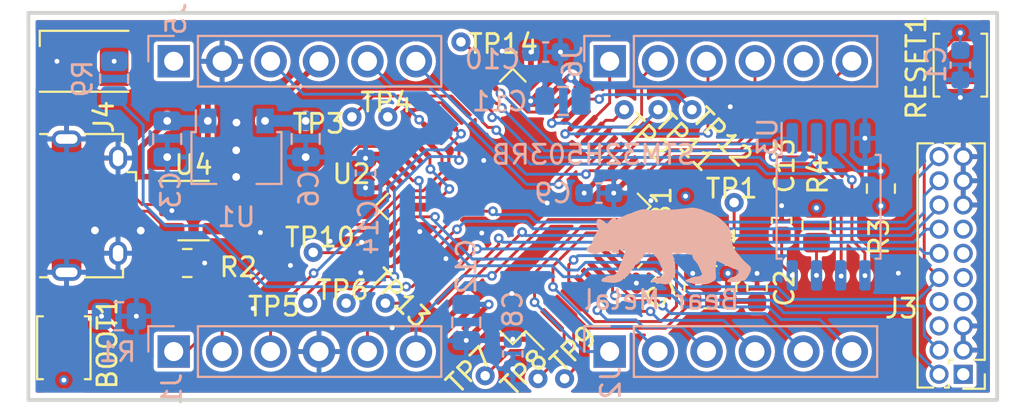
<source format=kicad_pcb>
(kicad_pcb (version 20221018) (generator pcbnew)
  (layers (0 "F.Cu" mixed) (1 "In1.Cu" signal) (2 "In2.Cu" signal) (31 "B.Cu" mixed) (36 "B.SilkS" user "B.Silkscreen") (37 "F.SilkS" user "F.Silkscreen") (38 "B.Mask" user) (39 "F.Mask" user) (44 "Edge.Cuts" user))
  (net 0 "")
  (net 1 "+5V")
  (net 2 "GND")
  (net 3 "/VDDA")
  (net 4 "+3.3V")
  (net 5 "/PA9_TXD")
  (net 6 "/PA10_RXD")
  (net 7 "/nRESET")
  (net 8 "Net-(D1-A)")
  (net 9 "Net-(C11-Pad1)")
  (net 10 "Net-(C12-Pad1)")
  (net 11 "/VIN")
  (net 12 "/SWDIO")
  (net 13 "/SWCLK")
  (net 19 "/TRACECK")
  (net 21 "/TRACED0")
  (net 22 "/TRACED1")
  (net 23 "/TRACED2")
  (net 24 "/TRACED3")
  (net 25 "Net-(J4-ID)")
  (net 26 "/PC13")
  (net 27 "/PH1")
  (net 28 "/SPI1_SCK")
  (net 29 "/SPI1_NSS")
  (net 30 "/SPI1_MISO")
  (net 31 "/SPI1_MOSI")
  (net 32 "/CLK_8")
  (net 33 "/DAC_OUT1")
  (net 34 "/DAC_OUT2")
  (net 35 "/ADC_INP3")
  (net 36 "/OPAMP_VOUT")
  (net 37 "/ADC_INP4")
  (net 38 "/OPAMP_VINM")
  (net 39 "/OPAMP_VINP")
  (net 40 "/ADC_INP5")
  (net 41 "/PB2")
  (net 42 "/I3C2_SCL")
  (net 43 "/SPI2_NSS")
  (net 44 "/SPI2_SCK")
  (net 45 "/SPI2_MISO")
  (net 46 "/SPI2_MOSI")
  (net 47 "/PA15_RXD2")
  (net 48 "/PC10")
  (net 49 "/PB4_TXD2")
  (net 50 "/SW1")
  (net 51 "/I2C1_SCL")
  (net 52 "/I2C1_SDA")
  (net 53 "/NWP")
  (net 54 "/NHOLD")
  (net 55 "/PC14")
  (net 56 "/PC15")
  (net 57 "/I2C2_SCL")
  (net 58 "/I2C2_SDA")
  (net 59 "/I3C2_SDA")
  (net 60 "/PA0")
  (net 61 "/PA1")
  (net 62 "/PA2")
  (net 63 "Net-(J4-D-)")
  (net 64 "Net-(J4-D+)")
  (net 65 "/PA3")
  (net 66 "/PA8")
  (net 67 "/USB_N")
  (net 68 "/USB_P")
  (net 69 "/LED")
  (footprint "BearMetal:TestPoint_THTPad_D1.0mm_Drill0.5mm_min" (layer "F.Cu") (at 83.0072 51.181)
    (fp_text reference "TP3")
    (fp_text value "TestPoint" hide)
  )
  (footprint "Button_Switch_SMD:SW_SPST_B3U-1000P" (layer "F.Cu") (at 67.9 63.3 90)
    (fp_text reference "BOOT1")
    (fp_text value "SW_Push")
  )
  (footprint "Connector_PinHeader_1.27mm:PinHeader_2x10_P1.27mm_Vertical" (layer "F.Cu") (at 115.062 64.6938 180)
    (fp_text reference "J3")
    (fp_text value "Conn_02x10_Odd_Even")
  )
  (footprint "Resistor_SMD:R_0805_2012Metric" (layer "F.Cu") (at 74.3712 58.8518 180)
    (fp_text reference "R2")
    (fp_text value "10K")
  )
  (footprint "BearMetal:TestPoint_THTPad_D1.0mm_Drill0.5mm_min" (layer "F.Cu") (at 89.9922 64.77)
    (fp_text reference "TP7")
    (fp_text value "TestPoint" hide)
  )
  (footprint "BearMetal:TestPoint_THTPad_D1.0mm_Drill0.5mm_min" (layer "F.Cu") (at 88.7222 47.244)
    (fp_text reference "TP14")
    (fp_text value "TestPoint" hide)
  )
  (footprint "Package_TO_SOT_SMD:SOT-23-6" (layer "F.Cu") (at 74.7 56.1)
    (fp_text reference "U4")
    (fp_text value "WE-TVS-82400102")
  )
  (footprint "BearMetal:TestPoint_THTPad_D1.0mm_Drill0.5mm_min" (layer "F.Cu") (at 94.1578 64.9224)
    (fp_text reference "TP9")
    (fp_text value "TestPoint" hide)
  )
  (footprint "Connector_USB:USB_Micro-B_Amphenol_10118194_Horizontal" (layer "F.Cu") (at 69.342 55.84 -90)
    (fp_text reference "J4")
    (fp_text value "USB_B_Micro" hide)
  )
  (footprint "BearMetal:TestPoint_THTPad_D1.0mm_Drill0.5mm_min" (layer "F.Cu") (at 82.7024 60.96)
    (fp_text reference "TP6")
    (fp_text value "TestPoint" hide)
  )
  (footprint "Button_Switch_SMD:SW_SPST_B3U-1000P" (layer "F.Cu") (at 114.9096 48.4632 -90)
    (fp_text reference "RESET1")
    (fp_text value "SW_Push")
  )
  (footprint "Oscillator:Oscillator_SMD_ECS_2520MV-xxx-xx-4Pin_2.5x2.0mm" (layer "F.Cu") (at 101.8 60.12 -90)
    (fp_text reference "X1")
    (fp_text value "ECS-2520MV-080-CN")
  )
  (footprint "BearMetal:TestPoint_THTPad_D1.0mm_Drill0.5mm_min" (layer "F.Cu") (at 100.838 50.8)
    (fp_text reference "TP11")
    (fp_text value "TestPoint" hide)
  )
  (footprint "Package_QFP:LQFP-64_10x10mm_P0.5mm" (layer "F.Cu") (at 91.44 55.88 135)
    (fp_text reference "U2")
    (fp_text value "STM32H503RBTx")
  )
  (footprint "BearMetal:TestPoint_THTPad_D1.0mm_Drill0.5mm_min" (layer "F.Cu") (at 80.6958 60.96)
    (fp_text reference "TP5")
    (fp_text value "TestPoint" hide)
  )
  (footprint "Capacitor_SMD:C_0603_1608Metric" (layer "F.Cu") (at 98.47 59.36 -135)
    (fp_text reference "C7")
    (fp_text value ".1uf")
  )
  (footprint "BearMetal:TestPoint_THTPad_D1.0mm_Drill0.5mm_min" (layer "F.Cu") (at 92.7608 64.9224)
    (fp_text reference "TP8")
    (fp_text value "TestPoint" hide)
  )
  (footprint "BearMetal:TestPoint_THTPad_D1.0mm_Drill0.5mm_min" (layer "F.Cu") (at 99.06 50.8)
    (fp_text reference "TP12")
    (fp_text value "TestPoint" hide)
  )
  (footprint "Capacitor_SMD:C_0603_1608Metric" (layer "F.Cu") (at 105.537 56.6166 90)
    (fp_text reference "C13")
    (fp_text value ".1uf")
  )
  (footprint "Capacitor_SMD:C_0805_2012Metric_Pad1.18x1.45mm_HandSolder" (layer "F.Cu") (at 100.5 56.38 -90)
    (fp_text reference "FB1")
    (fp_text value "~")
  )
  (footprint "Resistor_SMD:R_0805_2012Metric" (layer "F.Cu") (at 107.3658 56.8706 -90)
    (fp_text reference "R4")
    (fp_text value "10K")
  )
  (footprint "BearMetal:TestPoint_THTPad_D1.0mm_Drill0.5mm_min" (layer "F.Cu") (at 84.8868 51.181)
    (fp_text reference "TP4")
    (fp_text value "TestPoint" hide)
  )
  (footprint "LED_SMD:LED_PLCC-2_3.4x3.0mm_KA" (layer "F.Cu") (at 69.0372 48.26)
    (fp_text reference "D1" hide)
    (fp_text value "LED")
  )
  (footprint "Resistor_SMD:R_0805_2012Metric" (layer "F.Cu") (at 110.744 54.9421 90)
    (fp_text reference "R3")
    (fp_text value "10K")
  )
  (footprint "Capacitor_SMD:C_0603_1608Metric" (layer "F.Cu") (at 104.25 60.17 90)
    (fp_text reference "C2")
    (fp_text value ".1uf")
  )
  (footprint "BearMetal:TestPoint_THTPad_D1.0mm_Drill0.5mm_min" (layer "F.Cu") (at 103.0478 55.6768)
    (fp_text reference "TP1")
    (fp_text value "TestPoint" hide)
  )
  (footprint "BearMetal:TestPoint_THTPad_D1.0mm_Drill0.5mm_min" (layer "F.Cu") (at 84.7598 60.96)
    (fp_text reference "TP13")
    (fp_text value "TestPoint" hide)
  )
  (footprint "BearMetal:TestPoint_THTPad_D1.0mm_Drill0.5mm_min" (layer "F.Cu") (at 97.282 50.8)
    (fp_text reference "TP2")
    (fp_text value "TestPoint" hide)
  )
  (footprint "BearMetal:TestPoint_THTPad_D1.0mm_Drill0.5mm_min" (layer "F.Cu") (at 80.9752 58.293)
    (fp_text reference "TP10")
    (fp_text value "TestPoint" hide)
  )
  (footprint "Capacitor_SMD:C_0603_1608Metric" (layer "B.Cu") (at 93.1672 47.7774)
    (fp_text reference "C10")
    (fp_text value ".1uf")
  )
  (footprint "Capacitor_SMD:C_0603_1608Metric" (layer "B.Cu") (at 83.7184 54.1274 90)
    (fp_text reference "C14")
    (fp_text value ".1uf")
  )
  (footprint "Resistor_SMD:R_0805_2012Metric" (layer "B.Cu") (at 70.7898 61.6458)
    (fp_text reference "R1")
    (fp_text value "10K")
  )
  (footprint "Capacitor_SMD:C_0603_1608Metric" (layer "B.Cu") (at 114.9096 48.4632 -90)
    (fp_text reference "C1")
    (fp_text value ".1uf")
  )
  (footprint "Capacitor_SMD:C_0603_1608Metric" (layer "B.Cu") (at 95.96 55.18)
    (fp_text reference "C9")
    (fp_text value ".1uf")
  )
  (footprint "BearMetal:PinHeader_1x06_P2.54mm_Vertical__min" (layer "B.Cu") (at 73.66 63.5 -90)
    (fp_text reference "J1")
    (fp_text value "Conn_01x06_Pin")
  )
  (footprint "Capacitor_SMD:C_0805_2012Metric" (layer "B.Cu") (at 80.58 52.34 -90)
    (fp_text reference "C6")
    (fp_text value "2.2uf")
  )
  (footprint "BearMetal:PinHeader_1x06_P2.54mm_Vertical__min" (layer "B.Cu") (at 96.52 63.5 -90)
    (fp_text reference "J2")
    (fp_text value "Conn_01x06_Pin")
  )
  (footprint "Package_TO_SOT_SMD:SOT-89-3" (layer "B.Cu") (at 76.95 53.34 -90)
    (fp_text reference "U1")
    (fp_text value "AP2205-3.3Y")
  )
  (footprint "BearMetal:BearMetalneg0.3" (layer "B.Cu") (at 99.5934 57.9628 180)
    (fp_text reference "G***" hide)
    (fp_text value "LOGO" hide)
  )
  (footprint "BearMetal:PinHeader_1x06_P2.54mm_Vertical__min" (layer "B.Cu") (at 96.52 48.26 -90)
    (fp_text reference "J6")
    (fp_text value "Conn_01x06_Pin")
  )
  (footprint "BearMetal:PinHeader_1x06_P2.54mm_Vertical__min" (layer "B.Cu") (at 73.66 48.26 -90)
    (fp_text reference "J5")
    (fp_text value "Conn_01x06_Pin")
  )
  (footprint "Package_SO:SOIC-8_5.23x5.23mm_P1.27mm" (layer "B.Cu") (at 108 55.9 -90)
    (fp_text reference "U3")
    (fp_text value "W25Q128JVS")
  )
  (footprint "Capacitor_SMD:C_0805_2012Metric" (layer "B.Cu") (at 94.0664 50.3428 180)
    (fp_text reference "C11")
    (fp_text value "2.2uf")
  )
  (footprint "Capacitor_SMD:C_0603_1608Metric" (layer "B.Cu") (at 91.44 63.627 -90)
    (fp_text reference "C8")
    (fp_text value ".1uf")
  )
  (footprint "Resistor_SMD:R_0805_2012Metric" (layer "B.Cu") (at 70.5358 49.1744 -90)
    (fp_text reference "R9")
    (fp_text value "150")
  )
  (footprint "Capacitor_SMD:C_0805_2012Metric" (layer "B.Cu") (at 89.0016 61.976 -90)
    (fp_text reference "C12")
    (fp_text value "2.2uf")
  )
  (footprint "Capacitor_SMD:C_0805_2012Metric" (layer "B.Cu") (at 73.32 52.34 -90)
    (fp_text reference "C3")
    (fp_text value "1uf")
  )
  (gr_rect (start 66.04 45.72) (end 116.84 66.04) (stroke (width 0.2)) (fill none) (layer "Edge.Cuts"))
  (gr_text "STM32H503RB" (at 101.092 53.7464) (layer "B.SilkS") (effects (font (size 1 1)) (justify left bottom mirror)))
  (gr_text "Bear Metal" (at 103.4034 61.3664) (layer "B.SilkS") (effects (font (size 1 1)) (justify left bottom mirror)))
  (segment (start 71.37 54.54) (end 70.742 54.54) (width 0.3048) (layer "F.Cu") (net 1))
  (segment (start 74.39605 54.61055) (end 75.45 53.5566) (width 0.3048) (layer "F.Cu") (net 1))
  (segment (start 74.31985 54.53435) (end 74.39605 54.61055) (width 0.3048) (layer "F.Cu") (net 1))
  (segment (start 71.591 54.319) (end 71.92 53.99) (width 0.3048) (layer "F.Cu") (net 1))
  (segment (start 74.31985 54.53435) (end 74.104501 54.319) (width 0.3048) (layer "F.Cu") (net 1))
  (segment (start 74.676 54.890499) (end 74.31985 54.53435) (width 0.3048) (layer "F.Cu") (net 1))
  (segment (start 75.45 53.5566) (end 75.45 51.39) (width 0.3048) (layer "F.Cu") (net 1))
  (segment (start 71.92 53.99) (end 71.37 54.54) (width 0.3048) (layer "F.Cu") (net 1))
  (segment (start 79.6036 49.9364) (end 81.28 48.26) (width 0.3048) (layer "F.Cu") (net 1))
  (segment (start 74.104501 54.319) (end 71.591 54.319) (width 0.3048) (layer "F.Cu") (net 1))
  (segment (start 75.414499 56.1) (end 74.676 55.361501) (width 0.3048) (layer "F.Cu") (net 1))
  (segment (start 71.92 52.79) (end 71.92 53.99) (width 0.3048) (layer "F.Cu") (net 1))
  (segment (start 75.45 49.9364) (end 79.6036 49.9364) (width 0.3048) (layer "F.Cu") (net 1))
  (segment (start 74.676 55.361501) (end 74.676 54.890499) (width 0.3048) (layer "F.Cu") (net 1))
  (segment (start 75.45 51.39) (end 75.45 49.9364) (width 0.3048) (layer "F.Cu") (net 1))
  (segment (start 73.32 51.39) (end 71.92 52.79) (width 0.3048) (layer "F.Cu") (net 1))
  (via (at 75.45 51.39) (size 0.6604) (drill 0.4064) (layers "F.Cu" "B.Cu") (net 1))
  (via (at 73.32 51.39) (size 0.6604) (drill 0.4064) (layers "F.Cu" "B.Cu") (net 1))
  (segment (start 75.45 51.39) (end 73.32 51.39) (width 0.6096) (layer "B.Cu") (net 1))
  (segment (start 93.9422 47.7774) (end 93.9422 48.781606) (width 0.2794) (layer "F.Cu") (net 2))
  (segment (start 89.000394 62.9158) (end 89.006385 62.909809) (width 0.2794) (layer "F.Cu") (net 2))
  (segment (start 89.000394 62.9158) (end 89.725266 62.190928) (width 0.2794) (layer "F.Cu") (net 2))
  (segment (start 96.736194 55.18) (end 97.750928 54.165266) (width 0.2794) (layer "F.Cu") (net 2))
  (segment (start 69.5298 57.14) (end 70.742 57.14) (width 0.3048) (layer "F.Cu") (net 2))
  (segment (start 83.7184 53.3524) (end 84.316206 53.3524) (width 0.2794) (layer "F.Cu") (net 2))
  (segment (start 84.316206 53.3524) (end 85.129072 54.165266) (width 0.2794) (layer "F.Cu") (net 2))
  (segment (start 92.3798 50.344006) (end 93.154734 49.569072) (width 0.2794) (layer "F.Cu") (net 2))
  (segment (start 71.9328 57.15) (end 71.9228 57.14) (width 0.3048) (layer "F.Cu") (net 2))
  (segment (start 71.9228 57.14) (end 70.742 57.14) (width 0.3048) (layer "F.Cu") (net 2))
  (segment (start 93.9422 48.781606) (end 93.154734 49.569072) (width 0.2794) (layer "F.Cu") (net 2))
  (segment (start 96.735 55.18) (end 96.736194 55.18) (width 0.152451) (layer "F.Cu") (net 2))
  (segment (start 97.921992 59.887118) (end 96.690268 58.655394) (width 0.2794) (layer "F.Cu") (net 2))
  (segment (start 68.042 52.34) (end 68.042 59.34) (width 0.6096) (layer "F.Cu") (net 2))
  (via (at 97.921992 59.908008) (size 0.508) (drill 0.254) (layers "F.Cu" "B.Cu") (net 2))
  (via (at 92.3798 50.344006) (size 0.508) (drill 0.254) (layers "F.Cu" "B.Cu") (net 2))
  (via (at 89.916 53.467) (size 0.508) (drill 0.254) (layers "F.Cu" "B.Cu") (net 2))
  (via (at 83.5152 57.7596) (size 0.508) (drill 0.254) (layers "F.Cu" "B.Cu") (net 2))
  (via (at 93.9422 47.7774) (size 0.508) (drill 0.254) (layers "F.Cu" "B.Cu") (net 2))
  (via (at 105.537 55.8416) (size 0.508) (drill 0.254) (layers "F.Cu" "B.Cu") (net 2))
  (via (at 100.875 59.395) (size 0.508) (drill 0.254) (layers "F.Cu" "B.Cu") (net 2))
  (via (at 89.000394 62.9158) (size 0.508) (drill 0.254) (layers "F.Cu" "B.Cu") (net 2))
  (via (at 86.5632 57.2008) (size 0.508) (drill 0.254) (layers "F.Cu" "B.Cu") (net 2))
  (via (at 71.9328 57.15) (size 0.6604) (drill 0.4064) (layers "F.Cu" "B.Cu") (net 2))
  (via (at 111.6584 59.3852) (size 0.508) (drill 0.254) (layers "F.Cu" "B.Cu") (net 2))
  (via (at 78.2066 57.2516) (size 0.508) (drill 0.254) (layers "F.Cu" "B.Cu") (net 2))
  (via (at 109.905 52.3) (size 0.508) (drill 0.254) (layers "F.Cu" "B.Cu") (net 2))
  (via (at 67.5372 48.26) (size 0.508) (drill 0.254) (layers "F.Cu" "B.Cu") (net 2))
  (via (at 71.7023 61.6458) (size 0.508) (drill 0.254) (layers "F.Cu" "B.Cu") (net 2))
  (via (at 69.5298 57.14) (size 0.6604) (drill 0.4064) (layers "F.Cu" "B.Cu") (net 2))
  (via (at 85.1154 62.2554) (size 0.508) (drill 0.254) (layers "F.Cu" "B.Cu") (net 2))
  (via (at 81.8642 57.7088) (size 0.508) (drill 0.254) (layers "F.Cu" "B.Cu") (net 2))
  (via (at 89.8144 57.277) (size 0.508) (drill 0.254) (layers "F.Cu" "B.Cu") (net 2))
  (via (at 83.7184 53.3524) (size 0.508) (drill 0.254) (layers "F.Cu" "B.Cu") (net 2))
  (via (at 104.25 59.395) (size 0.508) (drill 0.254) (layers "F.Cu" "B.Cu") (net 2))
  (via (at 87.9348 58.6232) (size 0.508) (drill 0.254) (layers "F.Cu" "B.Cu") (net 2))
  (via (at 98.679 55.5752) (size 0.508) (drill 0.254) (layers "F.Cu" "B.Cu") (net 2))
  (via (at 76.9366 52.9336) (size 0.6604) (drill 0.4064) (layers "F.Cu" "B.Cu") (net 2))
  (via (at 96.735 55.18) (size 0.508) (drill 0.254) (layers "F.Cu" "B.Cu") (net 2))
  (via (at 90.8812 47.7266) (size 0.508) (drill 0.254) (layers "F.Cu" "B.Cu") (net 2))
  (via (at 75.2837 58.8518) (size 0.508) (drill 0.254) (layers "F.Cu" "B.Cu") (net 2))
  (via (at 77.8256 61.2394) (size 0.508) (drill 0.254) (layers "F.Cu" "B.Cu") (net 2))
  (via (at 76.95 51.4775) (size 0.6604) (drill 0.4064) (layers "F.Cu" "B.Cu") (net 2))
  (via (at 80.58 53.29) (size 0.6604) (drill 0.4064) (layers "F.Cu" "B.Cu") (net 2))
  (via (at 93.2434 55.7022) (size 0.508) (drill 0.254) (layers "F.Cu" "B.Cu") (net 2))
  (via (at 91.44 64.402) (size 0.508) (drill 0.254) (layers "F.Cu" "B.Cu") (net 2))
  (via (at 114.9096 50.1632) (size 0.508) (drill 0.254) (layers "F.Cu" "B.Cu") (net 2))
  (via (at 83.4644 59.3598) (size 0.508) (drill 0.254) (layers "F.Cu" "B.Cu") (net 2))
  (via (at 73.32 53.29) (size 0.6604) (drill 0.4064) (layers "F.Cu" "B.Cu") (net 2))
  (via (at 102.8446 50.6476) (size 0.508) (drill 0.254) (layers "F.Cu" "B.Cu") (net 2))
  (via (at 73.5625 56.1) (size 0.508) (drill 0.254) (layers "F.Cu" "B.Cu") (net 2))
  (via (at 79.7814 58.9788) (size 0.508) (drill 0.254) (layers "F.Cu" "B.Cu") (net 2))
  (via (at 76.9366 54.3306) (size 0.6604) (drill 0.4064) (layers "F.Cu" "B.Cu") (net 2))
  (via (at 91.3892 60.452) (size 0.508) (drill 0.254) (layers "F.Cu" "B.Cu") (net 2))
  (segment (start 93.1164 50.3428) (end 92.381006 50.3428) (width 0.3048) (layer "B.Cu") (net 2))
  (segment (start 92.381006 50.3428) (end 92.3798 50.344006) (width 0.3048) (layer "B.Cu") (net 2))
  (segment (start 114.9096 49.2382) (end 114.9096 50.1632) (width 0.152451) (layer "B.Cu") (net 2))
  (segment (start 97.043821 58.301841) (end 97.749412 59.007432) (width 0.2794) (layer "F.Cu") (net 3))
  (segment (start 97.749412 59.007432) (end 98.822568 59.007432) (width 0.2794) (layer "F.Cu") (net 3))
  (segment (start 100.4125 57.4175) (end 99.018008 58.811992) (width 0.3048) (layer "F.Cu") (net 3))
  (segment (start 84.391938 54.9024) (end 83.7184 54.9024) (width 0.2794) (layer "F.Cu") (net 4))
  (segment (start 95.944133 54.420867) (end 96.798333 54.420867) (width 0.2794) (layer "F.Cu") (net 4))
  (segment (start 90.078819 62.544481) (end 90.386338 62.852) (width 0.2794) (layer "F.Cu") (net 4))
  (segment (start 90.386338 62.852) (end 92.493662 62.852) (width 0.2794) (layer "F.Cu") (net 4))
  (segment (start 92.3922 47.7774) (end 92.3922 48.806538) (width 0.3048) (layer "F.Cu") (net 4))
  (segment (start 92.3922 48.806538) (end 92.801181 49.215519) (width 0.2794) (layer "F.Cu") (net 4))
  (segment (start 102.725 60.845) (end 104.15 60.845) (width 0.3048) (layer "F.Cu") (net 4))
  (segment (start 96.798333 54.420867) (end 97.397375 53.821825) (width 0.2794) (layer "F.Cu") (net 4))
  (segment (start 95.185 55.18) (end 95.944133 54.420867) (width 0.2794) (layer "F.Cu") (net 4))
  (segment (start 92.493662 62.852) (end 92.801181 62.544481) (width 0.2794) (layer "F.Cu") (net 4))
  (segment (start 84.775519 54.518819) (end 84.391938 54.9024) (width 0.2794) (layer "F.Cu") (net 4))
  (segment (start 105.537 58.942) (end 105.537 57.3916) (width 0.152451) (layer "F.Cu") (net 4))
  (segment (start 102.725 59.395) (end 102.725 60.845) (width 0.3048) (layer "F.Cu") (net 4))
  (segment (start 106.095 59.5) (end 105.537 58.942) (width 0.152451) (layer "F.Cu") (net 4))
  (via (at 92.3922 47.7774) (size 0.508) (drill 0.254) (layers "F.Cu" "B.Cu") (net 4))
  (via (at 83.7184 54.9024) (size 0.508) (drill 0.254) (layers "F.Cu" "B.Cu") (net 4))
  (via (at 110.744 55.8546) (size 0.508) (drill 0.254) (layers "F.Cu" "B.Cu") (net 4))
  (via (at 106.095 59.5) (size 0.508) (drill 0.254) (layers "F.Cu" "B.Cu") (net 4))
  (via (at 107.3658 55.9581) (size 0.508) (drill 0.254) (layers "F.Cu" "B.Cu") (net 4))
  (via (at 80.58 51.39) (size 0.6604) (drill 0.4064) (layers "F.Cu" "B.Cu") (net 4))
  (via (at 95.185 55.18) (size 0.508) (drill 0.254) (layers "F.Cu" "B.Cu") (net 4))
  (via (at 102.725 59.395) (size 0.508) (drill 0.254) (layers "F.Cu" "B.Cu") (net 4))
  (via (at 67.9 65) (size 0.508) (drill 0.254) (layers "F.Cu" "B.Cu") (net 4))
  (via (at 78.45 51.39) (size 0.6604) (drill 0.4064) (layers "F.Cu" "B.Cu") (net 4))
  (via (at 100.5 55.3425) (size 0.508) (drill 0.254) (layers "F.Cu" "B.Cu") (net 4))
  (via (at 91.44 62.852) (size 0.508) (drill 0.254) (layers "F.Cu" "B.Cu") (net 4))
  (segment (start 78.45 51.39) (end 80.58 51.39) (width 0.6096) (layer "B.Cu") (net 4))
  (segment (start 74.3458 63.5) (end 75.847549 61.998251) (width 0.152451) (layer "F.Cu") (net 5))
  (segment (start 75.847549 61.652211) (end 80.673636 56.826124) (width 0.152451) (layer "F.Cu") (net 5))
  (segment (start 75.847549 61.998251) (end 75.847549 61.652211) (width 0.152451) (layer "F.Cu") (net 5))
  (segment (start 80.673636 56.826124) (end 83.991476 56.826124) (width 0.152451) (layer "F.Cu") (net 5))
  (segment (start 85.758553 55.059047) (end 86.737005 55.059047) (width 0.152451) (layer "F.Cu") (net 5))
  (segment (start 87.725997 53.226657) (end 86.896839 52.397499) (width 0.152451) (layer "F.Cu") (net 5))
  (segment (start 87.725997 54.070055) (end 87.725997 53.226657) (width 0.152451) (layer "F.Cu") (net 5))
  (segment (start 83.991476 56.826124) (end 85.758553 55.059047) (width 0.152451) (layer "F.Cu") (net 5))
  (segment (start 86.737005 55.059047) (end 87.725997 54.070055) (width 0.152451) (layer "F.Cu") (net 5))
  (segment (start 85.904542 55.411498) (end 84.137465 57.178575) (width 0.152451) (layer "F.Cu") (net 6))
  (segment (start 84.137465 57.178575) (end 80.819625 57.178575) (width 0.152451) (layer "F.Cu") (net 6))
  (segment (start 87.666702 55.411498) (end 85.904542 55.411498) (width 0.152451) (layer "F.Cu") (net 6))
  (segment (start 87.122353 53.924553) (end 87.122353 53.822953) (width 0.152451) (layer "F.Cu") (net 6))
  (segment (start 87.122353 53.822953) (end 87.0966 53.7972) (width 0.152451) (layer "F.Cu") (net 6))
  (segment (start 87.0966 53.304366) (end 86.543286 52.751052) (width 0.152451) (layer "F.Cu") (net 6))
  (segment (start 76.2 61.7982) (end 76.2 63.5) (width 0.152451) (layer "F.Cu") (net 6))
  (segment (start 88.1126 54.9656) (end 87.666702 55.411498) (width 0.152451) (layer "F.Cu") (net 6))
  (segment (start 80.819625 57.178575) (end 76.2 61.7982) (width 0.152451) (layer "F.Cu") (net 6))
  (segment (start 87.0966 53.7972) (end 87.0966 53.304366) (width 0.152451) (layer "F.Cu") (net 6))
  (via (at 88.1126 54.9656) (size 0.508) (drill 0.254) (layers "F.Cu" "B.Cu") (net 6))
  (via (at 87.122353 53.924553) (size 0.508) (drill 0.254) (layers "F.Cu" "B.Cu") (net 6))
  (segment (start 88.1126 54.9656) (end 88.1126 54.9148) (width 0.152451) (layer "B.Cu") (net 6))
  (segment (start 88.1126 54.9148) (end 87.122353 53.924553) (width 0.152451) (layer "B.Cu") (net 6))
  (segment (start 94.376821 59.877481) (end 94.922501 60.423161) (width 0.152451) (layer "F.Cu") (net 7))
  (segment (start 113.015775 58.837575) (end 113.792 59.6138) (width 0.152451) (layer "F.Cu") (net 7))
  (segment (start 113.015775 48.657025) (end 113.015775 58.837575) (width 0.152451) (layer "F.Cu") (net 7))
  (segment (start 94.376821 58.942285) (end 94.376821 59.877481) (width 0.152451) (layer "F.Cu") (net 7))
  (segment (start 94.630053 58.689053) (end 94.376821 58.942285) (width 0.152451) (layer "F.Cu") (net 7))
  (segment (start 114.9096 46.7632) (end 113.015775 48.657025) (width 0.152451) (layer "F.Cu") (net 7))
  (via (at 94.630053 58.689053) (size 0.508) (drill 0.254) (layers "F.Cu" "B.Cu") (net 7))
  (via (at 114.9096 46.7632) (size 0.508) (drill 0.254) (layers "F.Cu" "B.Cu") (net 7))
  (segment (start 94.854604 58.464502) (end 99.19465 58.464502) (width 0.152451) (layer "B.Cu") (net 7))
  (segment (start 94.630053 58.689053) (end 94.854604 58.464502) (width 0.152451) (layer "B.Cu") (net 7))
  (segment (start 105.288627 60.0964) (end 105.952176 60.759949) (width 0.152451) (layer "B.Cu") (net 7))
  (segment (start 114.9096 46.7632) (end 114.9096 47.6882) (width 0.152451) (layer "B.Cu") (net 7))
  (segment (start 99.19465 58.464502) (end 100.826548 60.0964) (width 0.152451) (layer "B.Cu") (net 7))
  (segment (start 100.826548 60.0964) (end 105.288627 60.0964) (width 0.152451) (layer "B.Cu") (net 7))
  (segment (start 112.696651 60.759949) (end 113.792 59.6646) (width 0.152451) (layer "B.Cu") (net 7))
  (segment (start 105.952176 60.759949) (end 112.696651 60.759949) (width 0.152451) (layer "B.Cu") (net 7))
  (via (at 70.5372 48.26) (size 0.508) (drill 0.254) (layers "F.Cu" "B.Cu") (net 8))
  (segment (start 94.3102 49.1236) (end 93.511175 49.922625) (width 0.2794) (layer "F.Cu") (net 9))
  (segment (start 94.488 49.1236) (end 94.3102 49.1236) (width 0.2794) (layer "F.Cu") (net 9))
  (via (at 94.488 49.1236) (size 0.508) (drill 0.254) (layers "F.Cu" "B.Cu") (net 9))
  (segment (start 95.0164 50.3428) (end 95.0164 49.652) (width 0.3048) (layer "B.Cu") (net 9))
  (segment (start 95.0164 49.652) (end 94.488 49.1236) (width 0.3048) (layer "B.Cu") (net 9))
  (segment (start 90.1802 61.026) (end 89.371713 61.834487) (width 0.2794) (layer "F.Cu") (net 10))
  (via (at 90.1802 61.026) (size 0.508) (drill 0.254) (layers "F.Cu" "B.Cu") (net 10))
  (segment (start 89.0016 61.026) (end 90.1802 61.026) (width 0.2794) (layer "B.Cu") (net 10))
  (segment (start 86.512753 54.529322) (end 86.200234 54.529322) (width 0.152451) (layer "F.Cu") (net 12))
  (segment (start 86.200234 54.529322) (end 85.482625 53.811713) (width 0.152451) (layer "F.Cu") (net 12))
  (via (at 86.512753 54.529322) (size 0.508) (drill 0.254) (layers "F.Cu" "B.Cu") (net 12))
  (segment (start 104.996649 60.801302) (end 105.660198 61.464851) (width 0.152451) (layer "B.Cu") (net 12))
  (segment (start 95.397994 59.169404) (end 98.902672 59.169404) (width 0.152451) (layer "B.Cu") (net 12))
  (segment (start 93.513327 58.994727) (end 94.090329 59.571729) (width 0.152451) (layer "B.Cu") (net 12))
  (segment (start 100.53457 60.801302) (end 104.996649 60.801302) (width 0.152451) (layer "B.Cu") (net 12))
  (segment (start 112.663324 63.565124) (end 113.792 64.6938) (width 0.152451) (layer "B.Cu") (net 12))
  (segment (start 112.663324 61.464851) (end 112.663324 63.565124) (width 0.152451) (layer "B.Cu") (net 12))
  (segment (start 98.902672 59.169404) (end 100.53457 60.801302) (width 0.152451) (layer "B.Cu") (net 12))
  (segment (start 86.59226 54.608829) (end 86.59226 56.4075) (width 0.152451) (layer "B.Cu") (net 12))
  (segment (start 94.090329 59.571729) (end 94.995669 59.571729) (width 0.152451) (layer "B.Cu") (net 12))
  (segment (start 89.179487 58.994727) (end 93.513327 58.994727) (width 0.152451) (layer "B.Cu") (net 12))
  (segment (start 94.995669 59.571729) (end 95.397994 59.169404) (width 0.152451) (layer "B.Cu") (net 12))
  (segment (start 86.512753 54.529322) (end 86.59226 54.608829) (width 0.152451) (layer "B.Cu") (net 12))
  (segment (start 86.59226 56.4075) (end 89.179487 58.994727) (width 0.152451) (layer "B.Cu") (net 12))
  (segment (start 105.660198 61.464851) (end 112.663324 61.464851) (width 0.152451) (layer "B.Cu") (net 12))
  (segment (start 87.361653 56.427747) (end 85.588953 56.427747) (width 0.152451) (layer "F.Cu") (net 13))
  (segment (start 85.588953 56.427747) (end 84.775519 57.241181) (width 0.152451) (layer "F.Cu") (net 13))
  (via (at 87.361653 56.427747) (size 0.508) (drill 0.254) (layers "F.Cu" "B.Cu") (net 13))
  (segment (start 105.142638 60.448851) (end 105.806187 61.1124) (width 0.152451) (layer "B.Cu") (net 13))
  (segment (start 94.84968 59.219278) (end 95.252005 58.816953) (width 0.152451) (layer "B.Cu") (net 13))
  (segment (start 105.806187 61.1124) (end 113.015775 61.1124) (width 0.152451) (layer "B.Cu") (net 13))
  (segment (start 89.325476 58.642276) (end 93.719676 58.642276) (width 0.152451) (layer "B.Cu") (net 13))
  (segment (start 113.015775 62.647575) (end 113.792 63.4238) (width 0.152451) (layer "B.Cu") (net 13))
  (segment (start 93.719676 58.642276) (end 94.296678 59.219278) (width 0.152451) (layer "B.Cu") (net 13))
  (segment (start 87.361653 56.678453) (end 89.325476 58.642276) (width 0.152451) (layer "B.Cu") (net 13))
  (segment (start 99.048661 58.816953) (end 100.680559 60.448851) (width 0.152451) (layer "B.Cu") (net 13))
  (segment (start 95.252005 58.816953) (end 99.048661 58.816953) (width 0.152451) (layer "B.Cu") (net 13))
  (segment (start 87.361653 56.427747) (end 87.361653 56.678453) (width 0.152451) (layer "B.Cu") (net 13))
  (segment (start 113.015775 61.1124) (end 113.015775 62.647575) (width 0.152451) (layer "B.Cu") (net 13))
  (segment (start 100.680559 60.448851) (end 105.142638 60.448851) (width 0.152451) (layer "B.Cu") (net 13))
  (segment (start 94.296678 59.219278) (end 94.84968 59.219278) (width 0.152451) (layer "B.Cu") (net 13))
  (segment (start 89.561503 58.112051) (end 87.603946 60.069608) (width 0.152451) (layer "F.Cu") (net 19))
  (segment (start 89.564255 58.112051) (end 89.561503 58.112051) (width 0.152451) (layer "F.Cu") (net 19))
  (via (at 89.564255 58.112051) (size 0.508) (drill 0.254) (layers "F.Cu" "B.Cu") (net 19))
  (segment (start 113.0427 58.3438) (end 113.792 58.3438) (width 0.152451) (layer "B.Cu") (net 19))
  (segment (start 112.810951 58.112051) (end 113.0427 58.3438) (width 0.152451) (layer "B.Cu") (net 19))
  (segment (start 89.564255 58.112051) (end 112.810951 58.112051) (width 0.152451) (layer "B.Cu") (net 19))
  (segment (start 90.7034 57.885926) (end 89.94705 58.642276) (width 0.152451) (layer "F.Cu") (net 21))
  (segment (start 89.94705 58.642276) (end 89.738384 58.642276) (width 0.152451) (layer "F.Cu") (net 21))
  (segment (start 90.7034 57.5564) (end 90.7034 57.885926) (width 0.152451) (layer "F.Cu") (net 21))
  (segment (start 89.738384 58.642276) (end 87.957499 60.423161) (width 0.152451) (layer "F.Cu") (net 21))
  (via (at 90.7034 57.5564) (size 0.508) (drill 0.254) (layers "F.Cu" "B.Cu") (net 21))
  (segment (start 90.7034 57.5564) (end 90.9066 57.7596) (width 0.152451) (layer "B.Cu") (net 21))
  (segment (start 90.9066 57.7596) (end 112.4458 57.7596) (width 0.152451) (layer "B.Cu") (net 21))
  (segment (start 112.4458 57.7596) (end 113.1316 57.0738) (width 0.152451) (layer "B.Cu") (net 21))
  (segment (start 113.1316 57.0738) (end 113.792 57.0738) (width 0.152451) (layer "B.Cu") (net 21))
  (segment (start 91.932703 57.229875) (end 91.932703 57.230228) (width 0.152451) (layer "F.Cu") (net 22))
  (segment (start 90.975215 58.112551) (end 88.311052 60.776714) (width 0.152451) (layer "F.Cu") (net 22))
  (segment (start 91.932703 57.230228) (end 91.05038 58.112551) (width 0.152451) (layer "F.Cu") (net 22))
  (segment (start 91.05038 58.112551) (end 90.975215 58.112551) (width 0.152451) (layer "F.Cu") (net 22))
  (via (at 91.932703 57.229875) (size 0.508) (drill 0.254) (layers "F.Cu" "B.Cu") (net 22))
  (segment (start 91.932703 57.229875) (end 92.109977 57.407149) (width 0.152451) (layer "B.Cu") (net 22))
  (segment (start 112.299811 57.407149) (end 113.792 55.91496) (width 0.152451) (layer "B.Cu") (net 22))
  (segment (start 92.109977 57.407149) (end 112.299811 57.407149) (width 0.152451) (layer "B.Cu") (net 22))
  (segment (start 88.513309 57.080963) (end 88.471271 57.080963) (width 0.152451) (layer "F.Cu") (net 23))
  (segment (start 88.471271 57.080963) (end 86.543286 59.008948) (width 0.152451) (layer "F.Cu") (net 23))
  (via (at 88.513309 57.080963) (size 0.508) (drill 0.254) (layers "F.Cu" "B.Cu") (net 23))
  (segment (start 88.513309 57.080963) (end 88.932144 56.662128) (width 0.152451) (layer "B.Cu") (net 23))
  (segment (start 92.114808 56.662128) (end 92.507378 57.054698) (width 0.152451) (layer "B.Cu") (net 23))
  (segment (start 113.015775 55.310025) (end 113.792 54.5338) (width 0.152451) (layer "B.Cu") (net 23))
  (segment (start 113.015775 56.192745) (end 113.015775 55.310025) (width 0.152451) (layer "B.Cu") (net 23))
  (segment (start 92.507378 57.054698) (end 112.153822 57.054698) (width 0.152451) (layer "B.Cu") (net 23))
  (segment (start 88.932144 56.662128) (end 92.114808 56.662128) (width 0.152451) (layer "B.Cu") (net 23))
  (segment (start 112.153822 57.054698) (end 113.015775 56.192745) (width 0.152451) (layer "B.Cu") (net 23))
  (segment (start 88.712723 56.132403) (end 86.189732 58.655394) (width 0.152451) (layer "F.Cu") (net 24))
  (segment (start 90.3986 56.132403) (end 88.712723 56.132403) (width 0.152451) (layer "F.Cu") (net 24))
  (via (at 90.3986 56.132403) (size 0.508) (drill 0.254) (layers "F.Cu" "B.Cu") (net 24))
  (segment (start 112.663324 56.046756) (end 112.663324 54.392476) (width 0.152451) (layer "B.Cu") (net 24))
  (segment (start 92.260798 56.309677) (end 92.653367 56.702247) (width 0.152451) (layer "B.Cu") (net 24))
  (segment (start 90.3986 56.132403) (end 90.575874 56.309677) (width 0.152451) (layer "B.Cu") (net 24))
  (segment (start 90.575874 56.309677) (end 92.260798 56.309677) (width 0.152451) (layer "B.Cu") (net 24))
  (segment (start 92.653367 56.702247) (end 112.007833 56.702247) (width 0.152451) (layer "B.Cu") (net 24))
  (segment (start 112.663324 54.392476) (end 113.792 53.2638) (width 0.152451) (layer "B.Cu") (net 24))
  (segment (start 112.007833 56.702247) (end 112.663324 56.046756) (width 0.152451) (layer "B.Cu") (net 24))
  (segment (start 72.623775 56.98336) (end 72.623775 58.016875) (width 0.152451) (layer "F.Cu") (net 25))
  (segment (start 72.130415 56.49) (end 72.623775 56.98336) (width 0.152451) (layer "F.Cu") (net 25))
  (segment (start 70.742 56.49) (end 72.130415 56.49) (width 0.152451) (layer "F.Cu") (net 25))
  (segment (start 72.623775 58.016875) (end 73.4587 58.8518) (width 0.152451) (layer "F.Cu") (net 25))
  (segment (start 93.528286 63.443714) (end 93.779949 63.192051) (width 0.152451) (layer "F.Cu") (net 26))
  (segment (start 93.779949 62.816143) (end 93.154734 62.190928) (width 0.152451) (layer "F.Cu") (net 26))
  (segment (start 89.9922 64.77) (end 91.318486 63.443714) (width 0.152451) (layer "F.Cu") (net 26))
  (segment (start 93.779949 63.192051) (end 93.779949 62.816143) (width 0.152451) (layer "F.Cu") (net 26))
  (segment (start 91.318486 63.443714) (end 93.528286 63.443714) (width 0.152451) (layer "F.Cu") (net 26))
  (segment (start 100.4316 58.4708) (end 101.9302 58.4708) (width 0.152451) (layer "F.Cu") (net 27))
  (segment (start 100.0252 58.8772) (end 100.4316 58.4708) (width 0.152451) (layer "F.Cu") (net 27))
  (segment (start 101.9302 58.4708) (end 103.0478 57.3532) (width 0.152451) (layer "F.Cu") (net 27))
  (segment (start 103.0478 57.3532) (end 103.0478 55.6768) (width 0.152451) (layer "F.Cu") (net 27))
  (segment (start 94.568948 60.776714) (end 95.714259 61.922025) (width 0.152451) (layer "F.Cu") (net 27))
  (segment (start 100.0252 61.1124) (end 100.0252 58.8772) (width 0.152451) (layer "F.Cu") (net 27))
  (segment (start 95.714259 61.922025) (end 99.215575 61.922025) (width 0.152451) (layer "F.Cu") (net 27))
  (segment (start 99.215575 61.922025) (end 100.0252 61.1124) (width 0.152451) (layer "F.Cu") (net 27))
  (segment (start 95.914855 61.285745) (end 95.914855 60.708409) (width 0.152451) (layer "F.Cu") (net 28))
  (segment (start 95.87099 61.32961) (end 95.914855 61.285745) (width 0.152451) (layer "F.Cu") (net 28))
  (segment (start 95.914855 60.708409) (end 95.276054 60.069608) (width 0.152451) (layer "F.Cu") (net 28))
  (via (at 95.87099 61.32961) (size 0.508) (drill 0.254) (layers "F.Cu" "B.Cu") (net 28))
  (segment (start 98.269546 62.211106) (end 100.311106 62.211106) (width 0.152451) (layer "B.Cu") (net 28))
  (segment (start 97.895565 61.837125) (end 98.269546 62.211106) (width 0.152451) (layer "B.Cu") (net 28))
  (segment (start 100.311106 62.211106) (end 101.6 63.5) (width 0.152451) (layer "B.Cu") (net 28))
  (segment (start 96.378505 61.837125) (end 97.895565 61.837125) (width 0.152451) (layer "B.Cu") (net 28))
  (segment (start 95.87099 61.32961) (end 96.378505 61.837125) (width 0.152451) (layer "B.Cu") (net 28))
  (segment (start 96.267306 60.779357) (end 96.267306 60.353752) (width 0.152451) (layer "F.Cu") (net 29))
  (segment (start 98.659593 61.3923) (end 96.880249 61.3923) (width 0.152451) (layer "F.Cu") (net 29))
  (segment (start 96.880249 61.3923) (end 96.267306 60.779357) (width 0.152451) (layer "F.Cu") (net 29))
  (segment (start 96.267306 60.353752) (end 95.629608 59.716054) (width 0.152451) (layer "F.Cu") (net 29))
  (via (at 98.659593 61.3923) (size 0.508) (drill 0.254) (layers "F.Cu" "B.Cu") (net 29))
  (segment (start 102.498655 61.858655) (end 104.14 63.5) (width 0.152451) (layer "B.Cu") (net 29))
  (segment (start 99.125948 61.858655) (end 102.498655 61.858655) (width 0.152451) (layer "B.Cu") (net 29))
  (segment (start 98.659593 61.3923) (end 99.125948 61.858655) (width 0.152451) (layer "B.Cu") (net 29))
  (segment (start 96.6724 60.434599) (end 96.6724 60.05174) (width 0.152451) (layer "F.Cu") (net 30))
  (segment (start 96.797531 60.55973) (end 96.6724 60.434599) (width 0.152451) (layer "F.Cu") (net 30))
  (segment (start 96.6724 60.05174) (end 95.983161 59.362501) (width 0.152451) (layer "F.Cu") (net 30))
  (via (at 96.797531 60.55973) (size 0.508) (drill 0.254) (layers "F.Cu" "B.Cu") (net 30))
  (segment (start 99.794558 60.55973) (end 100.388581 61.153753) (width 0.152451) (layer "B.Cu") (net 30))
  (segment (start 105.514209 61.817302) (end 107.537302 61.817302) (width 0.152451) (layer "B.Cu") (net 30))
  (segment (start 96.797531 60.55973) (end 99.794558 60.55973) (width 0.152451) (layer "B.Cu") (net 30))
  (segment (start 107.537302 61.817302) (end 109.22 63.5) (width 0.152451) (layer "B.Cu") (net 30))
  (segment (start 100.388581 61.153753) (end 104.85066 61.153753) (width 0.152451) (layer "B.Cu") (net 30))
  (segment (start 104.85066 61.153753) (end 105.514209 61.817302) (width 0.152451) (layer "B.Cu") (net 30))
  (segment (start 97.028 59.700234) (end 96.336714 59.008948) (width 0.152451) (layer "F.Cu") (net 31))
  (segment (start 99.042545 60.833) (end 97.819946 60.833) (width 0.152451) (layer "F.Cu") (net 31))
  (segment (start 97.028 60.041054) (end 97.028 59.700234) (width 0.152451) (layer "F.Cu") (net 31))
  (segment (start 99.299 61.089455) (end 99.042545 60.833) (width 0.152451) (layer "F.Cu") (net 31))
  (segment (start 97.819946 60.833) (end 97.028 60.041054) (width 0.152451) (layer "F.Cu") (net 31))
  (via (at 99.299 61.089455) (size 0.508) (drill 0.254) (layers "F.Cu" "B.Cu") (net 31))
  (segment (start 99.299 61.089455) (end 99.715749 61.506204) (width 0.152451) (layer "B.Cu") (net 31))
  (segment (start 99.715749 61.506204) (end 104.686204 61.506204) (width 0.152451) (layer "B.Cu") (net 31))
  (segment (start 104.686204 61.506204) (end 106.68 63.5) (width 0.152451) (layer "B.Cu") (net 31))
  (segment (start 100.875 60.845) (end 99.445524 62.274476) (width 0.152451) (layer "F.Cu") (net 32))
  (segment (start 95.359602 62.274476) (end 94.215394 61.130268) (width 0.152451) (layer "F.Cu") (net 32))
  (segment (start 99.445524 62.274476) (end 95.359602 62.274476) (width 0.152451) (layer "F.Cu") (net 32))
  (segment (start 103.23516 52.5526) (end 97.94938 52.5526) (width 0.152451) (layer "F.Cu") (net 33))
  (segment (start 104.14 48.26) (end 104.14 51.64776) (width 0.152451) (layer "F.Cu") (net 33))
  (segment (start 97.94938 52.5526) (end 97.043821 53.458159) (width 0.152451) (layer "F.Cu") (net 33))
  (segment (start 104.14 51.64776) (end 103.23516 52.5526) (width 0.152451) (layer "F.Cu") (net 33))
  (segment (start 95.460936 54.004942) (end 95.789932 54.004942) (width 0.152451) (layer "F.Cu") (net 34))
  (segment (start 95.789932 54.004942) (end 96.690268 53.104606) (width 0.152451) (layer "F.Cu") (net 34))
  (segment (start 95.2754 54.190478) (end 95.460936 54.004942) (width 0.152451) (layer "F.Cu") (net 34))
  (via (at 95.2754 54.190478) (size 0.508) (drill 0.254) (layers "F.Cu" "B.Cu") (net 34))
  (segment (start 95.2754 54.190478) (end 92.140568 54.190478) (width 0.152451) (layer "B.Cu") (net 34))
  (segment (start 92.140568 54.190478) (end 86.36 48.40991) (width 0.152451) (layer "B.Cu") (net 34))
  (segment (start 93.766566 54.54652) (end 94.660595 53.652491) (width 0.152451) (layer "F.Cu") (net 35))
  (segment (start 93.766566 54.632526) (end 93.766566 54.54652) (width 0.152451) (layer "F.Cu") (net 35))
  (segment (start 95.435275 53.652491) (end 96.336714 52.751052) (width 0.152451) (layer "F.Cu") (net 35))
  (segment (start 94.660595 53.652491) (end 95.435275 53.652491) (width 0.152451) (layer "F.Cu") (net 35))
  (segment (start 93.854243 54.720203) (end 93.766566 54.632526) (width 0.152451) (layer "F.Cu") (net 35))
  (via (at 93.854243 54.720203) (size 0.508) (drill 0.254) (layers "F.Cu" "B.Cu") (net 35))
  (segment (start 93.854243 54.720203) (end 92.171853 54.720203) (width 0.152451) (layer "B.Cu") (net 35))
  (segment (start 87.00705 49.5554) (end 85.1154 49.5554) (width 0.152451) (layer "B.Cu") (net 35))
  (segment (start 92.171853 54.720203) (end 87.00705 49.5554) (width 0.152451) (layer "B.Cu") (net 35))
  (segment (start 85.1154 49.5554) (end 83.82 48.26) (width 0.152451) (layer "B.Cu") (net 35))
  (segment (start 99.06 48.26) (end 98.1964 49.1236) (width 0.152451) (layer "F.Cu") (net 36))
  (segment (start 97.5614 51.7144) (end 96.66626 51.7144) (width 0.152451) (layer "F.Cu") (net 36))
  (segment (start 98.1964 51.0794) (end 97.5614 51.7144) (width 0.152451) (layer "F.Cu") (net 36))
  (segment (start 96.66626 51.7144) (end 95.983161 52.397499) (width 0.152451) (layer "F.Cu") (net 36))
  (segment (start 98.1964 49.1236) (end 98.1964 51.0794) (width 0.152451) (layer "F.Cu") (net 36))
  (segment (start 96.7232 51.3588) (end 96.314754 51.3588) (width 0.152451) (layer "F.Cu") (net 37))
  (segment (start 97.282 50.8) (end 96.7232 51.3588) (width 0.152451) (layer "F.Cu") (net 37))
  (segment (start 96.314754 51.3588) (end 95.629608 52.043946) (width 0.152451) (layer "F.Cu") (net 37))
  (segment (start 96.52 48.26) (end 96.52 50.446446) (width 0.152451) (layer "F.Cu") (net 38))
  (segment (start 96.52 50.446446) (end 95.276054 51.690392) (width 0.152451) (layer "F.Cu") (net 38))
  (segment (start 101.6762 52.022875) (end 101.6762 48.3362) (width 0.152451) (layer "F.Cu") (net 39))
  (segment (start 94.18627 52.07307) (end 94.922501 51.336839) (width 0.152451) (layer "F.Cu") (net 39))
  (via (at 94.18627 52.07307) (size 0.508) (drill 0.254) (layers "F.Cu" "B.Cu") (net 39))
  (via (at 101.6762 52.022875) (size 0.508) (drill 0.254) (layers "F.Cu" "B.Cu") (net 39))
  (segment (start 101.626005 52.07307) (end 94.18627 52.07307) (width 0.152451) (layer "B.Cu") (net 39))
  (segment (start 101.6762 52.022875) (end 101.626005 52.07307) (width 0.152451) (layer "B.Cu") (net 39))
  (segment (start 95.9699 50.247401) (end 95.304833 50.247401) (width 0.152451) (layer "F.Cu") (net 40))
  (segment (start 95.304833 50.247401) (end 94.568948 50.983286) (width 0.152451) (layer "F.Cu") (net 40))
  (via (at 95.9699 50.247401) (size 0.508) (drill 0.254) (layers "F.Cu" "B.Cu") (net 40))
  (segment (start 96.204701 50.0126) (end 100.0506 50.0126) (width 0.152451) (layer "B.Cu") (net 40))
  (segment (start 95.9699 50.247401) (end 96.204701 50.0126) (width 0.152451) (layer "B.Cu") (net 40))
  (segment (start 100.0506 50.0126) (end 100.838 50.8) (width 0.152451) (layer "B.Cu") (net 40))
  (segment (start 93.48734 51.34346) (end 93.48734 51.510827) (width 0.152451) (layer "F.Cu") (net 41))
  (segment (start 94.201068 50.629732) (end 93.48734 51.34346) (width 0.152451) (layer "F.Cu") (net 41))
  (via (at 93.48734 51.510827) (size 0.508) (drill 0.254) (layers "F.Cu" "B.Cu") (net 41))
  (segment (start 94.577452 51.7144) (end 98.1456 51.7144) (width 0.152451) (layer "B.Cu") (net 41))
  (segment (start 93.48734 51.510827) (end 94.373879 51.510827) (width 0.152451) (layer "B.Cu") (net 41))
  (segment (start 94.373879 51.510827) (end 94.577452 51.7144) (width 0.152451) (layer "B.Cu") (net 41))
  (segment (start 98.1456 51.7144) (end 99.06 50.8) (width 0.152451) (layer "B.Cu") (net 41))
  (segment (start 91.3384 50.052458) (end 91.3384 49.737857) (width 0.152451) (layer "F.Cu") (net 42))
  (segment (start 92.212942 50.927) (end 91.3384 50.052458) (width 0.152451) (layer "F.Cu") (net 42))
  (segment (start 93.21102 50.927) (end 92.212942 50.927) (width 0.152451) (layer "F.Cu") (net 42))
  (segment (start 93.861841 50.276179) (end 93.21102 50.927) (width 0.152451) (layer "F.Cu") (net 42))
  (segment (start 91.3384 49.737857) (end 88.844543 47.244) (width 0.152451) (layer "F.Cu") (net 42))
  (segment (start 90.79791 49.947219) (end 90.790419 49.947219) (width 0.152451) (layer "F.Cu") (net 43))
  (segment (start 90.790419 49.947219) (end 90.078819 49.235619) (width 0.152451) (layer "F.Cu") (net 43))
  (via (at 90.79791 49.947219) (size 0.508) (drill 0.254) (layers "F.Cu" "B.Cu") (net 43))
  (segment (start 90.866619 49.947219) (end 93.5228 52.6034) (width 0.152451) (layer "B.Cu") (net 43))
  (segment (start 90.79791 49.947219) (end 90.866619 49.947219) (width 0.152451) (layer "B.Cu") (net 43))
  (segment (start 105.0466 52.6034) (end 105.35 52.3) (width 0.152451) (layer "B.Cu") (net 43))
  (segment (start 93.5228 52.6034) (end 105.0466 52.6034) (width 0.152451) (layer "B.Cu") (net 43))
  (segment (start 105.35 52.3) (end 106.095 52.3) (width 0.152451) (layer "B.Cu") (net 43))
  (segment (start 90.267685 50.111491) (end 89.725266 49.569072) (width 0.152451) (layer "F.Cu") (net 44))
  (segment (start 107.178373 53.279573) (end 108.6612 54.7624) (width 0.152451) (layer "F.Cu") (net 44))
  (segment (start 105.119573 53.279573) (end 107.178373 53.279573) (width 0.152451) (layer "F.Cu") (net 44))
  (segment (start 90.578283 50.477444) (end 90.267685 50.166846) (width 0.152451) (layer "F.Cu") (net 44))
  (segment (start 90.867897 50.711703) (end 90.633638 50.477444) (width 0.152451) (layer "F.Cu") (net 44))
  (segment (start 90.267685 50.166846) (end 90.267685 50.111491) (width 0.152451) (layer "F.Cu") (net 44))
  (segment (start 108.6612 54.7624) (end 108.6612 59.5376) (width 0.152451) (layer "F.Cu") (net 44))
  (segment (start 90.633638 50.477444) (end 90.578283 50.477444) (width 0.152451) (layer "F.Cu") (net 44))
  (via (at 90.867897 50.711703) (size 0.508) (drill 0.254) (layers "F.Cu" "B.Cu") (net 44))
  (via (at 105.119573 53.279573) (size 0.508) (drill 0.254) (layers "F.Cu" "B.Cu") (net 44))
  (via (at 108.6612 59.5376) (size 0.508) (drill 0.254) (layers "F.Cu" "B.Cu") (net 44))
  (segment (start 104.795851 52.955851) (end 105.119573 53.279573) (width 0.152451) (layer "B.Cu") (net 44))
  (segment (start 93.112045 52.955851) (end 104.795851 52.955851) (width 0.152451) (layer "B.Cu") (net 44))
  (segment (start 90.867897 50.711703) (end 93.112045 52.955851) (width 0.152451) (layer "B.Cu") (net 44))
  (segment (start 90.358939 51.203149) (end 90.358939 50.909851) (width 0.152451) (layer "F.Cu") (net 45))
  (segment (start 90.358939 50.909851) (end 89.371713 49.922625) (width 0.152451) (layer "F.Cu") (net 45))
  (via (at 90.358939 51.203149) (size 0.508) (drill 0.254) (layers "F.Cu" "B.Cu") (net 45))
  (segment (start 104.899946 53.809798) (end 106.896002 53.809798) (width 0.152451) (layer "B.Cu") (net 45))
  (segment (start 107.365 53.3408) (end 107.365 52.3) (width 0.152451) (layer "B.Cu") (net 45))
  (segment (start 104.39845 53.308302) (end 104.899946 53.809798) (width 0.152451) (layer "B.Cu") (net 45))
  (segment (start 92.75739 53.308302) (end 104.39845 53.308302) (width 0.152451) (layer "B.Cu") (net 45))
  (segment (start 90.652237 51.203149) (end 92.75739 53.308302) (width 0.152451) (layer "B.Cu") (net 45))
  (segment (start 106.896002 53.809798) (end 107.365 53.3408) (width 0.152451) (layer "B.Cu") (net 45))
  (segment (start 90.358939 51.203149) (end 90.652237 51.203149) (width 0.152451) (layer "B.Cu") (net 45))
  (segment (start 109.22 54.4887) (end 109.22 57.6326) (width 0.152451) (layer "F.Cu") (net 46))
  (segment (start 90.432609 51.733374) (end 90.139312 51.733374) (width 0.152451) (layer "F.Cu") (net 46))
  (segment (start 109.22 57.6326) (end 109.9058 58.3184) (width 0.152451) (layer "F.Cu") (net 46))
  (segment (start 90.575823 51.876588) (end 90.432609 51.733374) (width 0.152451) (layer "F.Cu") (net 46))
  (segment (start 109.9058 58.3184) (end 109.9058 59.5122) (width 0.152451) (layer "F.Cu") (net 46))
  (segment (start 90.139312 51.733374) (end 89.828714 51.422776) (width 0.152451) (layer "F.Cu") (net 46))
  (segment (start 89.828714 51.086734) (end 89.018159 50.276179) (width 0.152451) (layer "F.Cu") (net 46))
  (segment (start 89.828714 51.422776) (end 89.828714 51.086734) (width 0.152451) (layer "F.Cu") (net 46))
  (via (at 109.9058 59.5122) (size 0.508) (drill 0.254) (layers "F.Cu" "B.Cu") (net 46))
  (via (at 109.22 54.4887) (size 0.508) (drill 0.254) (layers "F.Cu" "B.Cu") (net 46))
  (via (at 90.575823 51.876588) (size 0.508) (drill 0.254) (layers "F.Cu" "B.Cu") (net 46))
  (segment (start 92.359988 53.660753) (end 104.252461 53.660753) (width 0.152451) (layer "B.Cu") (net 46))
  (segment (start 104.753957 54.162249) (end 108.893549 54.162249) (width 0.152451) (layer "B.Cu") (net 46))
  (segment (start 104.252461 53.660753) (end 104.753957 54.162249) (width 0.152451) (layer "B.Cu") (net 46))
  (segment (start 90.575823 51.876588) (end 92.359988 53.660753) (width 0.152451) (layer "B.Cu") (net 46))
  (segment (start 108.893549 54.162249) (end 109.22 54.4887) (width 0.152451) (layer "B.Cu") (net 46))
  (segment (start 84.412201 58.310399) (end 85.127866 57.594734) (width 0.152451) (layer "F.Cu") (net 47))
  (segment (start 80.992599 58.310399) (end 84.412201 58.310399) (width 0.152451) (layer "F.Cu") (net 47))
  (segment (start 82.48495 58.66285) (end 84.768062 58.66285) (width 0.152451) (layer "F.Cu") (net 48))
  (segment (start 80.6958 60.9346) (end 80.6958 60.452) (width 0.152451) (layer "F.Cu") (net 48))
  (segment (start 84.768062 58.66285) (end 85.482625 57.948287) (width 0.152451) (layer "F.Cu") (net 48))
  (segment (start 80.6958 60.452) (end 82.48495 58.66285) (width 0.152451) (layer "F.Cu") (net 48))
  (segment (start 86.006446 60.96) (end 87.250392 59.716054) (width 0.152451) (layer "F.Cu") (net 49))
  (segment (start 84.7598 60.96) (end 86.006446 60.96) (width 0.152451) (layer "F.Cu") (net 49))
  (segment (start 72.3646 64.7446) (end 72.3646 64.1331) (width 0.152451) (layer "F.Cu") (net 50))
  (segment (start 87.7062 62.79578) (end 87.7062 63.9572) (width 0.152451) (layer "F.Cu") (net 50))
  (segment (start 69.8315 61.6) (end 69.8773 61.6458) (width 0.152451) (layer "F.Cu") (net 50))
  (segment (start 86.9188 64.7446) (end 72.3646 64.7446) (width 0.152451) (layer "F.Cu") (net 50))
  (segment (start 67.9 61.6) (end 69.8315 61.6) (width 0.152451) (layer "F.Cu") (net 50))
  (segment (start 87.7062 62.088674) (end 88.664606 61.130268) (width 0.152451) (layer "F.Cu") (net 50))
  (segment (start 72.3646 64.1331) (end 69.8773 61.6458) (width 0.152451) (layer "F.Cu") (net 50))
  (segment (start 87.7062 63.9572) (end 86.9188 64.7446) (width 0.152451) (layer "F.Cu") (net 50))
  (segment (start 87.7062 62.79578) (end 87.7062 62.088674) (width 0.152451) (layer "F.Cu") (net 50))
  (segment (start 87.7062 62.79578) (end 89.018159 61.483821) (width 0.152451) (layer "F.Cu") (net 50))
  (via (at 69.8773 61.6458) (size 0.508) (drill 0.254) (layers "F.Cu" "B.Cu") (net 50))
  (segment (start 81.0006 59.3852) (end 78.74 61.6458) (width 0.152451) (layer "F.Cu") (net 51))
  (segment (start 88.687827 52.067167) (end 87.957499 51.336839) (width 0.152451) (layer "F.Cu") (net 51))
  (segment (start 88.729867 52.067167) (end 88.687827 52.067167) (width 0.152451) (layer "F.Cu") (net 51))
  (segment (start 78.74 61.6458) (end 78.74 63.5) (width 0.152451) (layer "F.Cu") (net 51))
  (via (at 81.0006 59.3852) (size 0.508) (drill 0.254) (layers "F.Cu" "B.Cu") (net 51))
  (via (at 88.729867 52.067167) (size 0.508) (drill 0.254) (layers "F.Cu" "B.Cu") (net 51))
  (segment (start 81.0006 59.3852) (end 81.063946 59.3852) (width 0.152451) (layer "B.Cu") (net 51))
  (segment (start 86.882434 52.911349) (end 87.885685 52.911349) (width 0.152451) (layer "B.Cu") (net 51))
  (segment (start 84.879624 54.914159) (end 86.882434 52.911349) (width 0.152451) (layer "B.Cu") (net 51))
  (segment (start 81.063946 59.3852) (end 84.879624 55.569522) (width 0.152451) (layer "B.Cu") (net 51))
  (segment (start 87.885685 52.911349) (end 88.729867 52.067167) (width 0.152451) (layer "B.Cu") (net 51))
  (segment (start 84.879624 55.569522) (end 84.879624 54.914159) (width 0.152451) (layer "B.Cu") (net 51))
  (segment (start 85.231368 59.566675) (end 84.741394 59.566675) (width 0.152451) (layer "F.Cu") (net 52))
  (segment (start 88.6206 53.452087) (end 88.6206 52.707046) (width 0.152451) (layer "F.Cu") (net 52))
  (segment (start 84.741394 59.566675) (end 83.82 60.488069) (width 0.152451) (layer "F.Cu") (net 52))
  (segment (start 83.82 60.488069) (end 83.82 63.5) (width 0.152451) (layer "F.Cu") (net 52))
  (segment (start 88.6206 52.707046) (end 87.603946 51.690392) (width 0.152451) (layer "F.Cu") (net 52))
  (via (at 85.231368 59.566675) (size 0.508) (drill 0.254) (layers "F.Cu" "B.Cu") (net 52))
  (via (at 88.6206 53.452087) (size 0.508) (drill 0.254) (layers "F.Cu" "B.Cu") (net 52))
  (segment (start 85.231368 59.566675) (end 85.232075 59.565968) (width 0.152451) (layer "B.Cu") (net 52))
  (segment (start 87.033254 53.2638) (end 88.432313 53.2638) (width 0.152451) (layer "B.Cu") (net 52))
  (segment (start 85.232075 59.565968) (end 85.232075 55.060148) (width 0.152451) (layer "B.Cu") (net 52))
  (segment (start 85.232075 55.060148) (end 86.587297 53.704926) (width 0.152451) (layer "B.Cu") (net 52))
  (segment (start 86.592128 53.704926) (end 87.033254 53.2638) (width 0.152451) (layer "B.Cu") (net 52))
  (segment (start 88.432313 53.2638) (end 88.6206 53.452087) (width 0.152451) (layer "B.Cu") (net 52))
  (segment (start 86.587297 53.704926) (end 86.592128 53.704926) (width 0.152451) (layer "B.Cu") (net 52))
  (via (at 110.744 54.0296) (size 0.508) (drill 0.254) (layers "F.Cu" "B.Cu") (net 53))
  (segment (start 109.5032 54.0296) (end 108.635 53.1614) (width 0.152451) (layer "B.Cu") (net 53))
  (segment (start 110.744 54.0296) (end 109.5032 54.0296) (width 0.152451) (layer "B.Cu") (net 53))
  (segment (start 108.635 53.1614) (end 108.635 52.3) (width 0.152451) (layer "B.Cu") (net 53))
  (segment (start 107.3658 59.4992) (end 107.365 59.5) (width 0.152451) (layer "F.Cu") (net 54))
  (segment (start 107.3658 57.7831) (end 107.3658 59.4992) (width 0.152451) (layer "F.Cu") (net 54))
  (via (at 107.365 59.5) (size 0.508) (drill 0.254) (layers "F.Cu" "B.Cu") (net 54))
  (segment (start 92.7608 64.9224) (end 94.1324 63.5508) (width 0.152451) (layer "F.Cu") (net 55))
  (segment (start 94.1324 62.461488) (end 93.508287 61.837375) (width 0.152451) (layer "F.Cu") (net 55))
  (segment (start 94.1324 63.5508) (end 94.1324 62.461488) (width 0.152451) (layer "F.Cu") (net 55))
  (segment (start 94.1578 64.9224) (end 94.632399 64.447801) (width 0.152451) (layer "F.Cu") (net 56))
  (segment (start 94.632399 62.254379) (end 93.861841 61.483821) (width 0.152451) (layer "F.Cu") (net 56))
  (segment (start 94.632399 64.447801) (end 94.632399 62.254379) (width 0.152451) (layer "F.Cu") (net 56))
  (segment (start 84.104147 50.084053) (end 88.118927 50.084053) (width 0.152451) (layer "F.Cu") (net 57))
  (segment (start 83.0072 51.181) (end 84.104147 50.084053) (width 0.152451) (layer "F.Cu") (net 57))
  (segment (start 88.118927 50.084053) (end 88.664606 50.629732) (width 0.152451) (layer "F.Cu") (net 57))
  (segment (start 85.630194 50.437606) (end 87.765372 50.437606) (width 0.152451) (layer "F.Cu") (net 58))
  (segment (start 84.8868 51.181) (end 85.630194 50.437606) (width 0.152451) (layer "F.Cu") (net 58))
  (segment (start 87.765372 50.437606) (end 88.311052 50.983286) (width 0.152451) (layer "F.Cu") (net 58))
  (segment (start 85.10157 59.03645) (end 85.836179 58.301841) (width 0.152451) (layer "F.Cu") (net 59))
  (segment (start 82.7024 60.96) (end 84.62595 59.03645) (width 0.152451) (layer "F.Cu") (net 59))
  (segment (start 84.62595 59.03645) (end 85.10157 59.03645) (width 0.152451) (layer "F.Cu") (net 59))
  (segment (start 93.54673 59.022524) (end 95.298552 57.270702) (width 0.152451) (layer "F.Cu") (net 60))
  (segment (start 95.298552 57.270702) (end 96.71979 57.270702) (width 0.152451) (layer "F.Cu") (net 60))
  (segment (start 93.54673 60.101454) (end 93.54673 59.022524) (width 0.152451) (layer "F.Cu") (net 60))
  (segment (start 96.71979 57.270702) (end 97.397375 57.948287) (width 0.152451) (layer "F.Cu") (net 60))
  (via (at 93.54673 60.101454) (size 0.508) (drill 0.254) (layers "F.Cu" "B.Cu") (net 60))
  (segment (start 93.54673 60.101454) (end 95.634852 62.189576) (width 0.152451) (layer "B.Cu") (net 60))
  (segment (start 97.749576 62.189576) (end 99.06 63.5) (width 0.152451) (layer "B.Cu") (net 60))
  (segment (start 95.634852 62.189576) (end 97.749576 62.189576) (width 0.152451) (layer "B.Cu") (net 60))
  (segment (start 92.583 60.9092) (end 92.583 59.3852) (width 0.152451) (layer "F.Cu") (net 61))
  (segment (start 97.074445 56.918251) (end 97.750928 57.594734) (width 0.152451) (layer "F.Cu") (net 61))
  (segment (start 92.583 59.3852) (end 95.049949 56.918251) (width 0.152451) (layer "F.Cu") (net 61))
  (segment (start 95.049949 56.918251) (end 97.074445 56.918251) (width 0.152451) (layer "F.Cu") (net 61))
  (via (at 92.583 60.9092) (size 0.508) (drill 0.254) (layers "F.Cu" "B.Cu") (net 61))
  (segment (start 92.583 60.9092) (end 95.1738 63.5) (width 0.152451) (layer "B.Cu") (net 61))
  (segment (start 95.1738 63.5) (end 96.52 63.5) (width 0.152451) (layer "B.Cu") (net 61))
  (segment (start 92.462928 57.449502) (end 92.462928 57.409324) (width 0.152451) (layer "F.Cu") (net 62))
  (segment (start 92.15233 57.7601) (end 92.462928 57.449502) (width 0.152451) (layer "F.Cu") (net 62))
  (segment (start 92.112152 57.7601) (end 92.15233 57.7601) (width 0.152451) (layer "F.Cu") (net 62))
  (segment (start 90.3478 59.524452) (end 92.112152 57.7601) (width 0.152451) (layer "F.Cu") (net 62))
  (segment (start 93.306452 56.5658) (end 97.4291 56.5658) (width 0.152451) (layer "F.Cu") (net 62))
  (segment (start 92.462928 57.409324) (end 93.306452 56.5658) (width 0.152451) (layer "F.Cu") (net 62))
  (segment (start 97.4291 56.5658) (end 98.104481 57.241181) (width 0.152451) (layer "F.Cu") (net 62))
  (via (at 90.3478 59.524452) (size 0.508) (drill 0.254) (layers "F.Cu" "B.Cu") (net 62))
  (segment (start 86.36 61.976) (end 86.36 63.5) (width 0.152451) (layer "B.Cu") (net 62))
  (segment (start 90.3478 59.524452) (end 88.811548 59.524452) (width 0.152451) (layer "B.Cu") (net 62))
  (segment (start 88.811548 59.524452) (end 86.36 61.976) (width 0.152451) (layer "B.Cu") (net 62))
  (segment (start 72.618827 55.7784) (end 73.247227 55.15) (width 0.152451) (layer "F.Cu") (net 63))
  (segment (start 70.742 55.19) (end 71.417891 55.19) (width 0.152451) (layer "F.Cu") (net 63))
  (segment (start 72.006291 55.7784) (end 72.618827 55.7784) (width 0.152451) (layer "F.Cu") (net 63))
  (segment (start 71.417891 55.19) (end 72.006291 55.7784) (width 0.152451) (layer "F.Cu") (net 63))
  (segment (start 71.569451 55.84) (end 71.860302 56.130851) (width 0.152451) (layer "F.Cu") (net 64))
  (segment (start 71.860302 56.130851) (end 72.328078 56.130851) (width 0.152451) (layer "F.Cu") (net 64))
  (segment (start 72.328078 56.130851) (end 73.247227 57.05) (width 0.152451) (layer "F.Cu") (net 64))
  (segment (start 70.742 55.84) (end 71.569451 55.84) (width 0.152451) (layer "F.Cu") (net 64))
  (segment (start 99.718249 52.905051) (end 103.38115 52.905051) (width 0.152451) (layer "F.Cu") (net 65))
  (segment (start 103.38115 52.905051) (end 106.403749 49.882451) (width 0.152451) (layer "F.Cu") (net 65))
  (segment (start 98.104481 54.518819) (end 99.718249 52.905051) (width 0.152451) (layer "F.Cu") (net 65))
  (segment (start 107.597549 49.882451) (end 109.22 48.26) (width 0.152451) (layer "F.Cu") (net 65))
  (segment (start 106.403749 49.882451) (end 107.597549 49.882451) (width 0.152451) (layer "F.Cu") (net 65))
  (segment (start 86.533283 51.326836) (end 86.533283 51.326837) (width 0.152451) (layer "F.Cu") (net 66))
  (segment (start 86.533283 51.326837) (end 87.250392 52.043946) (width 0.152451) (layer "F.Cu") (net 66))
  (via (at 86.533283 51.326836) (size 0.508) (drill 0.254) (layers "F.Cu" "B.Cu") (net 66))
  (segment (start 80.4672 49.9872) (end 78.74 48.26) (width 0.152451) (layer "B.Cu") (net 66))
  (segment (start 85.193647 49.9872) (end 80.4672 49.9872) (width 0.152451) (layer "B.Cu") (net 66))
  (segment (start 86.533283 51.326836) (end 85.193647 49.9872) (width 0.152451) (layer "B.Cu") (net 66))
  (segment (start 83.242211 52.377949) (end 80.17196 55.4482) (width 0.152451) (layer "F.Cu") (net 67))
  (segment (start 86.189732 53.104606) (end 85.463075 52.377949) (width 0.152451) (layer "F.Cu") (net 67))
  (segment (start 76.8858 55.4482) (end 76.5876 55.15) (width 0.152451) (layer "F.Cu") (net 67))
  (segment (start 85.463075 52.377949) (end 83.242211 52.377949) (width 0.152451) (layer "F.Cu") (net 67))
  (segment (start 80.17196 55.4482) (end 76.8858 55.4482) (width 0.152451) (layer "F.Cu") (net 67))
  (segment (start 76.5876 55.15) (end 75.8375 55.15) (width 0.152451) (layer "F.Cu") (net 67))
  (segment (start 85.10842 52.7304) (end 85.836179 53.458159) (width 0.152451) (layer "F.Cu") (net 68))
  (segment (start 76.152773 57.05) (end 77.402122 55.800651) (width 0.152451) (layer "F.Cu") (net 68))
  (segment (start 77.402122 55.800651) (end 80.317949 55.800651) (width 0.152451) (layer "F.Cu") (net 68))
  (segment (start 80.317949 55.800651) (end 83.3882 52.7304) (width 0.152451) (layer "F.Cu") (net 68))
  (segment (start 83.3882 52.7304) (end 85.10842 52.7304) (width 0.152451) (layer "F.Cu") (net 68))
  (segment (start 86.16294 60.0964) (end 85.852 60.0964) (width 0.152451) (layer "F.Cu") (net 69))
  (segment (start 86.896839 59.362501) (end 86.16294 60.0964) (width 0.152451) (layer "F.Cu") (net 69))
  (via (at 85.852 60.0964) (size 0.508) (drill 0.254) (layers "F.Cu" "B.Cu") (net 69))
  (segment (start 72.0598 55.7276) (end 73.2282 56.896) (width 0.152451) (layer "B.Cu") (net 69))
  (segment (start 70.5358 50.0869) (end 72.0598 51.6109) (width 0.152451) (layer "B.Cu") (net 69))
  (segment (start 78.5114 60.0964) (end 85.852 60.0964) (width 0.152451) (layer "B.Cu") (net 69))
  (segment (start 72.0598 51.6109) (end 72.0598 55.7276) (width 0.152451) (layer "B.Cu") (net 69))
  (segment (start 75.311 56.896) (end 78.5114 60.0964) (width 0.152451) (layer "B.Cu") (net 69))
  (segment (start 73.2282 56.896) (end 75.311 56.896) (width 0.152451) (layer "B.Cu") (net 69))
  (zone (net 2) (net_name "GND") (layers "F.Cu" "In1.Cu" "B.Cu") (connect_pads (clearance 0.1524)) (min_thickness 0.152654) (fill yes (thermal_gap 0.254) (thermal_bridge_width 0.254))
    (polygon (pts (xy 116.84 45.72) (xy 116.84 66.04) (xy 66.04 66.04) (xy 66.04 45.72)))
  )
)
</source>
